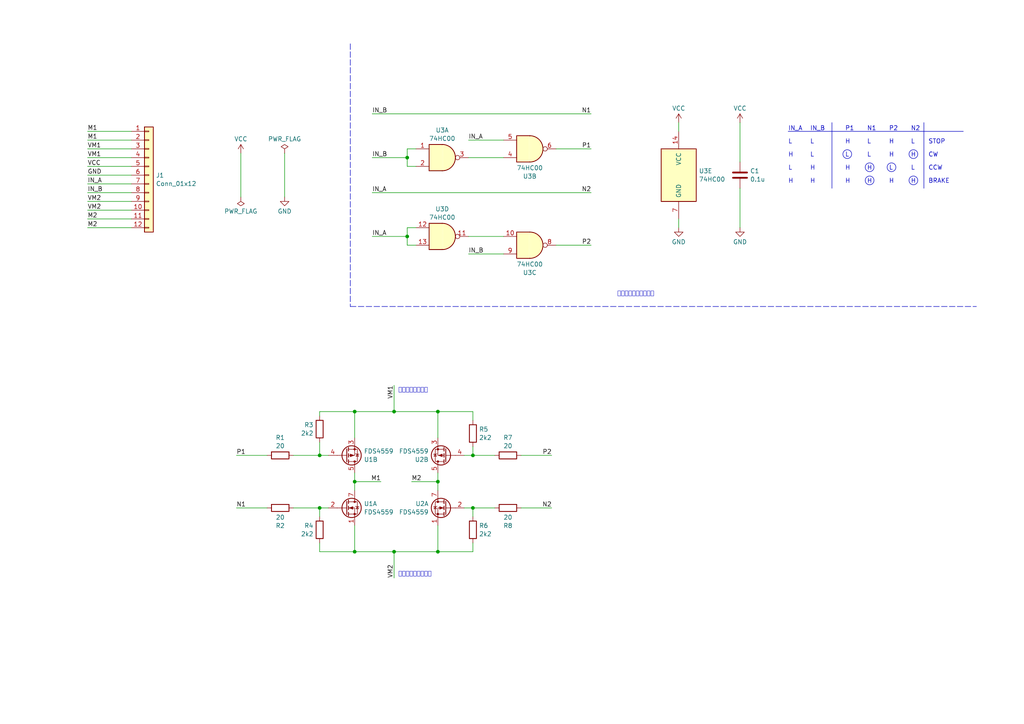
<source format=kicad_sch>
(kicad_sch (version 20230121) (generator eeschema)
  (paper "A4")
  (title_block (title "TCP8408 Motor Driver") (date "2024-08-29") (rev "1") (company "Daisuke YAMASHITA"))
  (lib_symbols
    (symbol "74xx:74HC00" (pin_names (offset 1.016))
      (property "Reference" "U" (at 0 1.27 0))
      (property "Value" "74HC00" (at 0 -1.27 0))
      (symbol "74HC00_1_1"
        (arc (start 0 -3.81) (mid 3.7934 0) (end 0 3.81) (stroke (width 0.254)) (fill (type background)))
        (polyline (pts (xy 0 3.81) (xy -3.81 3.81) (xy -3.81 -3.81) (xy 0 -3.81)) (stroke (width 0.254)) (fill (type background)))
        (pin input line (at -7.62 2.54 0) (length 3.81) (name "~") (number "1"))
        (pin input line (at -7.62 -2.54 0) (length 3.81) (name "~") (number "2"))
        (pin output inverted (at 7.62 0 180) (length 3.81) (name "~") (number "3"))
      )
      (symbol "74HC00_1_2"
        (arc (start -3.81 -3.81) (mid -2.589 0) (end -3.81 3.81) (stroke (width 0.254)))
        (arc (start -0.6096 -3.81) (mid 2.1842 -2.5851) (end 3.81 0) (stroke (width 0.254)) (fill (type background)))
        (polyline (pts (xy -3.81 -3.81) (xy -0.635 -3.81)) (stroke (width 0.254)) (fill (type background)))
        (polyline (pts (xy -3.81 3.81) (xy -0.635 3.81)) (stroke (width 0.254)) (fill (type background)))
        (polyline (pts (xy -0.635 3.81) (xy -3.81 3.81) (xy -3.81 3.81) (xy -3.556 3.4036) (xy -3.0226 2.2606) (xy -2.6924 1.0414) (xy -2.6162 -0.254) (xy -2.7686 -1.4986) (xy -3.175 -2.7178) (xy -3.81 -3.81) (xy -3.81 -3.81) (xy -0.635 -3.81)) (stroke (width -25.4)) (fill (type background)))
        (arc (start 3.81 0) (mid 2.1915 2.5936) (end -0.6096 3.81) (stroke (width 0.254)) (fill (type background)))
        (pin input inverted (at -7.62 2.54 0) (length 4.318) (name "~") (number "1"))
        (pin input inverted (at -7.62 -2.54 0) (length 4.318) (name "~") (number "2"))
        (pin output line (at 7.62 0 180) (length 3.81) (name "~") (number "3"))
      )
      (symbol "74HC00_2_1"
        (arc (start 0 -3.81) (mid 3.7934 0) (end 0 3.81) (stroke (width 0.254)) (fill (type background)))
        (polyline (pts (xy 0 3.81) (xy -3.81 3.81) (xy -3.81 -3.81) (xy 0 -3.81)) (stroke (width 0.254)) (fill (type background)))
        (pin input line (at -7.62 2.54 0) (length 3.81) (name "~") (number "4"))
        (pin input line (at -7.62 -2.54 0) (length 3.81) (name "~") (number "5"))
        (pin output inverted (at 7.62 0 180) (length 3.81) (name "~") (number "6"))
      )
      (symbol "74HC00_2_2"
        (arc (start -3.81 -3.81) (mid -2.589 0) (end -3.81 3.81) (stroke (width 0.254)))
        (arc (start -0.6096 -3.81) (mid 2.1842 -2.5851) (end 3.81 0) (stroke (width 0.254)) (fill (type background)))
        (polyline (pts (xy -3.81 -3.81) (xy -0.635 -3.81)) (stroke (width 0.254)) (fill (type background)))
        (polyline (pts (xy -3.81 3.81) (xy -0.635 3.81)) (stroke (width 0.254)) (fill (type background)))
        (polyline (pts (xy -0.635 3.81) (xy -3.81 3.81) (xy -3.81 3.81) (xy -3.556 3.4036) (xy -3.0226 2.2606) (xy -2.6924 1.0414) (xy -2.6162 -0.254) (xy -2.7686 -1.4986) (xy -3.175 -2.7178) (xy -3.81 -3.81) (xy -3.81 -3.81) (xy -0.635 -3.81)) (stroke (width -25.4)) (fill (type background)))
        (arc (start 3.81 0) (mid 2.1915 2.5936) (end -0.6096 3.81) (stroke (width 0.254)) (fill (type background)))
        (pin input inverted (at -7.62 2.54 0) (length 4.318) (name "~") (number "4"))
        (pin input inverted (at -7.62 -2.54 0) (length 4.318) (name "~") (number "5"))
        (pin output line (at 7.62 0 180) (length 3.81) (name "~") (number "6"))
      )
      (symbol "74HC00_3_1"
        (arc (start 0 -3.81) (mid 3.7934 0) (end 0 3.81) (stroke (width 0.254)) (fill (type background)))
        (polyline (pts (xy 0 3.81) (xy -3.81 3.81) (xy -3.81 -3.81) (xy 0 -3.81)) (stroke (width 0.254)) (fill (type background)))
        (pin input line (at -7.62 -2.54 0) (length 3.81) (name "~") (number "10"))
        (pin output inverted (at 7.62 0 180) (length 3.81) (name "~") (number "8"))
        (pin input line (at -7.62 2.54 0) (length 3.81) (name "~") (number "9"))
      )
      (symbol "74HC00_3_2"
        (arc (start -3.81 -3.81) (mid -2.589 0) (end -3.81 3.81) (stroke (width 0.254)))
        (arc (start -0.6096 -3.81) (mid 2.1842 -2.5851) (end 3.81 0) (stroke (width 0.254)) (fill (type background)))
        (polyline (pts (xy -3.81 -3.81) (xy -0.635 -3.81)) (stroke (width 0.254)) (fill (type background)))
        (polyline (pts (xy -3.81 3.81) (xy -0.635 3.81)) (stroke (width 0.254)) (fill (type background)))
        (polyline (pts (xy -0.635 3.81) (xy -3.81 3.81) (xy -3.81 3.81) (xy -3.556 3.4036) (xy -3.0226 2.2606) (xy -2.6924 1.0414) (xy -2.6162 -0.254) (xy -2.7686 -1.4986) (xy -3.175 -2.7178) (xy -3.81 -3.81) (xy -3.81 -3.81) (xy -0.635 -3.81)) (stroke (width -25.4)) (fill (type background)))
        (arc (start 3.81 0) (mid 2.1915 2.5936) (end -0.6096 3.81) (stroke (width 0.254)) (fill (type background)))
        (pin input inverted (at -7.62 -2.54 0) (length 4.318) (name "~") (number "10"))
        (pin output line (at 7.62 0 180) (length 3.81) (name "~") (number "8"))
        (pin input inverted (at -7.62 2.54 0) (length 4.318) (name "~") (number "9"))
      )
      (symbol "74HC00_4_1"
        (arc (start 0 -3.81) (mid 3.7934 0) (end 0 3.81) (stroke (width 0.254)) (fill (type background)))
        (polyline (pts (xy 0 3.81) (xy -3.81 3.81) (xy -3.81 -3.81) (xy 0 -3.81)) (stroke (width 0.254)) (fill (type background)))
        (pin output inverted (at 7.62 0 180) (length 3.81) (name "~") (number "11"))
        (pin input line (at -7.62 2.54 0) (length 3.81) (name "~") (number "12"))
        (pin input line (at -7.62 -2.54 0) (length 3.81) (name "~") (number "13"))
      )
      (symbol "74HC00_4_2"
        (arc (start -3.81 -3.81) (mid -2.589 0) (end -3.81 3.81) (stroke (width 0.254)))
        (arc (start -0.6096 -3.81) (mid 2.1842 -2.5851) (end 3.81 0) (stroke (width 0.254)) (fill (type background)))
        (polyline (pts (xy -3.81 -3.81) (xy -0.635 -3.81)) (stroke (width 0.254)) (fill (type background)))
        (polyline (pts (xy -3.81 3.81) (xy -0.635 3.81)) (stroke (width 0.254)) (fill (type background)))
        (polyline (pts (xy -0.635 3.81) (xy -3.81 3.81) (xy -3.81 3.81) (xy -3.556 3.4036) (xy -3.0226 2.2606) (xy -2.6924 1.0414) (xy -2.6162 -0.254) (xy -2.7686 -1.4986) (xy -3.175 -2.7178) (xy -3.81 -3.81) (xy -3.81 -3.81) (xy -0.635 -3.81)) (stroke (width -25.4)) (fill (type background)))
        (arc (start 3.81 0) (mid 2.1915 2.5936) (end -0.6096 3.81) (stroke (width 0.254)) (fill (type background)))
        (pin output line (at 7.62 0 180) (length 3.81) (name "~") (number "11"))
        (pin input inverted (at -7.62 2.54 0) (length 4.318) (name "~") (number "12"))
        (pin input inverted (at -7.62 -2.54 0) (length 4.318) (name "~") (number "13"))
      )
      (symbol "74HC00_5_0"
        (pin power_in line (at 0 12.7 270) (length 5.08) (name "VCC") (number "14"))
        (pin power_in line (at 0 -12.7 90) (length 5.08) (name "GND") (number "7"))
      )
      (symbol "74HC00_5_1"
        (rectangle (start -5.08 7.62) (end 5.08 -7.62) (stroke (width 0.254)) (fill (type background)))
      )
    )
    (symbol "Connector_Generic:Conn_01x12" (pin_names (offset 1.016) hide)
      (property "Reference" "J" (at 0 15.24 0))
      (property "Value" "Conn_01x12" (at 0 -17.78 0))
      (symbol "Conn_01x12_1_1"
        (rectangle (start -1.27 -15.113) (end 0 -15.367) (stroke (width 0.1524)))
        (rectangle (start -1.27 -12.573) (end 0 -12.827) (stroke (width 0.1524)))
        (rectangle (start -1.27 -10.033) (end 0 -10.287) (stroke (width 0.1524)))
        (rectangle (start -1.27 -7.493) (end 0 -7.747) (stroke (width 0.1524)))
        (rectangle (start -1.27 -4.953) (end 0 -5.207) (stroke (width 0.1524)))
        (rectangle (start -1.27 -2.413) (end 0 -2.667) (stroke (width 0.1524)))
        (rectangle (start -1.27 0.127) (end 0 -0.127) (stroke (width 0.1524)))
        (rectangle (start -1.27 2.667) (end 0 2.413) (stroke (width 0.1524)))
        (rectangle (start -1.27 5.207) (end 0 4.953) (stroke (width 0.1524)))
        (rectangle (start -1.27 7.747) (end 0 7.493) (stroke (width 0.1524)))
        (rectangle (start -1.27 10.287) (end 0 10.033) (stroke (width 0.1524)))
        (rectangle (start -1.27 12.827) (end 0 12.573) (stroke (width 0.1524)))
        (rectangle (start -1.27 13.97) (end 1.27 -16.51) (stroke (width 0.254)) (fill (type background)))
        (pin passive line (at -5.08 12.7 0) (length 3.81) (name "Pin_1") (number "1"))
        (pin passive line (at -5.08 -10.16 0) (length 3.81) (name "Pin_10") (number "10"))
        (pin passive line (at -5.08 -12.7 0) (length 3.81) (name "Pin_11") (number "11"))
        (pin passive line (at -5.08 -15.24 0) (length 3.81) (name "Pin_12") (number "12"))
        (pin passive line (at -5.08 10.16 0) (length 3.81) (name "Pin_2") (number "2"))
        (pin passive line (at -5.08 7.62 0) (length 3.81) (name "Pin_3") (number "3"))
        (pin passive line (at -5.08 5.08 0) (length 3.81) (name "Pin_4") (number "4"))
        (pin passive line (at -5.08 2.54 0) (length 3.81) (name "Pin_5") (number "5"))
        (pin passive line (at -5.08 0 0) (length 3.81) (name "Pin_6") (number "6"))
        (pin passive line (at -5.08 -2.54 0) (length 3.81) (name "Pin_7") (number "7"))
        (pin passive line (at -5.08 -5.08 0) (length 3.81) (name "Pin_8") (number "8"))
        (pin passive line (at -5.08 -7.62 0) (length 3.81) (name "Pin_9") (number "9"))
      )
    )
    (symbol "Device:C" (pin_numbers hide) (pin_names (offset 0.254))
      (property "Reference" "C" (at 0.635 2.54 0))
      (property "Value" "C" (at 0.635 -2.54 0))
      (symbol "C_0_1"
        (polyline (pts (xy -2.032 -0.762) (xy 2.032 -0.762)) (stroke (width 0.508)))
        (polyline (pts (xy -2.032 0.762) (xy 2.032 0.762)) (stroke (width 0.508)))
      )
      (symbol "C_1_1"
        (pin passive line (at 0 3.81 270) (length 2.794) (name "~") (number "1"))
        (pin passive line (at 0 -3.81 90) (length 2.794) (name "~") (number "2"))
      )
    )
    (symbol "Device:R" (pin_numbers hide) (pin_names (offset 0))
      (property "Reference" "R" (at 2.032 0 90))
      (property "Value" "R" (at 0 0 90))
      (symbol "R_0_1"
        (rectangle (start -1.016 -2.54) (end 1.016 2.54) (stroke (width 0.254)))
      )
      (symbol "R_1_1"
        (pin passive line (at 0 3.81 270) (length 1.27) (name "~") (number "1"))
        (pin passive line (at 0 -3.81 90) (length 1.27) (name "~") (number "2"))
      )
    )
    (symbol "Transistor_FET:FDS4559" (pin_names hide)
      (property "Reference" "Q" (at 5.08 1.905 0))
      (property "Value" "FDS4559" (at 5.08 0 0))
      (symbol "FDS4559_0_1"
        (polyline (pts (xy 0.254 0) (xy -2.54 0)))
        (polyline (pts (xy 0.254 1.905) (xy 0.254 -1.905)) (stroke (width 0.254)))
        (polyline (pts (xy 0.762 -1.27) (xy 0.762 -2.286)) (stroke (width 0.254)))
        (polyline (pts (xy 0.762 0.508) (xy 0.762 -0.508)) (stroke (width 0.254)))
        (polyline (pts (xy 0.762 2.286) (xy 0.762 1.27)) (stroke (width 0.254)))
        (polyline (pts (xy 2.54 2.54) (xy 2.54 1.778)))
        (polyline (pts (xy 2.54 -2.54) (xy 2.54 0) (xy 0.762 0)))
        (polyline (pts (xy 0.762 -1.778) (xy 3.302 -1.778) (xy 3.302 1.778) (xy 0.762 1.778)))
        (circle (center 1.651 0) (radius 2.794) (stroke (width 0.254)))
        (circle (center 2.54 -1.778) (radius 0.254) (fill (type outline)))
        (circle (center 2.54 1.778) (radius 0.254) (fill (type outline)))
      )
      (symbol "FDS4559_1_1"
        (polyline (pts (xy 1.016 0) (xy 2.032 0.381) (xy 2.032 -0.381) (xy 1.016 0)) (fill (type outline)))
        (polyline (pts (xy 2.794 0.508) (xy 2.921 0.381) (xy 3.683 0.381) (xy 3.81 0.254)))
        (polyline (pts (xy 3.302 0.381) (xy 2.921 -0.254) (xy 3.683 -0.254) (xy 3.302 0.381)))
        (pin passive line (at 2.54 -5.08 90) (length 2.54) (name "S") (number "1"))
        (pin input line (at -5.08 0 0) (length 2.54) (name "G") (number "2"))
        (pin passive line (at 2.54 5.08 270) (length 2.54) (name "D") (number "7"))
        (pin passive line (at 2.54 5.08 270) (length 2.54) hide (name "D") (number "8"))
      )
      (symbol "FDS4559_2_1"
        (polyline (pts (xy 2.286 0) (xy 1.27 0.381) (xy 1.27 -0.381) (xy 2.286 0)) (fill (type outline)))
        (polyline (pts (xy 2.794 -0.508) (xy 2.921 -0.381) (xy 3.683 -0.381) (xy 3.81 -0.254)))
        (polyline (pts (xy 3.302 -0.381) (xy 2.921 0.254) (xy 3.683 0.254) (xy 3.302 -0.381)))
        (pin passive line (at 2.54 -5.08 90) (length 2.54) (name "1") (number "3"))
        (pin input line (at -5.08 0 0) (length 2.54) (name "G") (number "4"))
        (pin passive line (at 2.54 5.08 270) (length 2.54) (name "D") (number "5"))
        (pin passive line (at 2.54 5.08 270) (length 2.54) hide (name "D") (number "6"))
      )
    )
    (symbol "power:GND" (power) (pin_names (offset 0))
      (property "Value" "GND" (at 0 -3.81 0))
      (symbol "GND_0_1"
        (polyline (pts (xy 0 0) (xy 0 -1.27) (xy 1.27 -1.27) (xy 0 -2.54) (xy -1.27 -1.27) (xy 0 -1.27)))
      )
      (symbol "GND_1_1"
        (pin power_in line (at 0 0 270) (length 0) hide (name "GND") (number "1"))
      )
    )
    (symbol "power:PWR_FLAG" (power) (pin_numbers hide) (pin_names (offset 0) hide)
      (property "Value" "PWR_FLAG" (at 0 3.81 0))
      (symbol "PWR_FLAG_0_0"
        (pin power_out line (at 0 0 90) (length 0) (name "pwr") (number "1"))
      )
      (symbol "PWR_FLAG_0_1"
        (polyline (pts (xy 0 0) (xy 0 1.27) (xy -1.016 1.905) (xy 0 2.54) (xy 1.016 1.905) (xy 0 1.27)))
      )
    )
    (symbol "power:VCC" (power) (pin_names (offset 0))
      (property "Value" "VCC" (at 0 3.81 0))
      (symbol "VCC_0_1"
        (polyline (pts (xy -0.762 1.27) (xy 0 2.54)))
        (polyline (pts (xy 0 0) (xy 0 2.54)))
        (polyline (pts (xy 0 2.54) (xy 0.762 1.27)))
      )
      (symbol "VCC_1_1"
        (pin power_in line (at 0 0 90) (length 0) hide (name "VCC") (number "1"))
      )
    )
  )
  (junction (at 127 119.38))
  (junction (at 114.3 119.38))
  (junction (at 114.3 160.02))
  (junction (at 92.71 132.08))
  (junction (at 127 139.7))
  (junction (at 118.11 68.58))
  (junction (at 102.87 139.7))
  (junction (at 102.87 160.02))
  (junction (at 127 160.02))
  (junction (at 118.11 45.72))
  (junction (at 102.87 119.38))
  (junction (at 137.16 147.32))
  (junction (at 137.16 132.08))
  (junction (at 92.71 147.32))
  (wire (pts (xy 92.71 119.38) (xy 92.71 120.65)))
  (wire (pts (xy 127 137.16) (xy 127 139.7)))
  (wire (pts (xy 25.4 60.96) (xy 38.1 60.96)))
  (wire (pts (xy 151.13 132.08) (xy 160.02 132.08)))
  (wire (pts (xy 114.3 160.02) (xy 127 160.02)))
  (wire (pts (xy 119.38 139.7) (xy 127 139.7)))
  (wire (pts (xy 102.87 160.02) (xy 114.3 160.02)))
  (wire (pts (xy 137.16 147.32) (xy 143.51 147.32)))
  (wire (pts (xy 151.13 147.32) (xy 160.02 147.32)))
  (wire (pts (xy 85.09 132.08) (xy 92.71 132.08)))
  (wire (pts (xy 114.3 111.76) (xy 114.3 119.38)))
  (wire (pts (xy 92.71 157.48) (xy 92.71 160.02)))
  (wire (pts (xy 102.87 119.38) (xy 114.3 119.38)))
  (wire (pts (xy 127 127) (xy 127 119.38)))
  (wire (pts (xy 25.4 55.88) (xy 38.1 55.88)))
  (wire (pts (xy 118.11 66.04) (xy 118.11 68.58)))
  (wire (pts (xy 85.09 147.32) (xy 92.71 147.32)))
  (wire (pts (xy 118.11 48.26) (xy 120.65 48.26)))
  (wire (pts (xy 107.95 45.72) (xy 118.11 45.72)))
  (polyline (pts (xy 101.6 12.7) (xy 101.6 88.9)) (stroke (width 0) (type dash)))
  (wire (pts (xy 146.05 73.66) (xy 135.89 73.66)))
  (wire (pts (xy 107.95 33.02) (xy 171.45 33.02)))
  (wire (pts (xy 25.4 40.64) (xy 38.1 40.64)))
  (wire (pts (xy 137.16 119.38) (xy 137.16 121.92)))
  (wire (pts (xy 25.4 38.1) (xy 38.1 38.1)))
  (wire (pts (xy 118.11 45.72) (xy 118.11 48.26)))
  (wire (pts (xy 196.85 63.5) (xy 196.85 66.04)))
  (wire (pts (xy 92.71 119.38) (xy 102.87 119.38)))
  (wire (pts (xy 25.4 66.04) (xy 38.1 66.04)))
  (polyline (pts (xy 101.6 88.9) (xy 283.21 88.9)) (stroke (width 0) (type dash)))
  (wire (pts (xy 135.89 40.64) (xy 146.05 40.64)))
  (wire (pts (xy 92.71 147.32) (xy 95.25 147.32)))
  (wire (pts (xy 118.11 68.58) (xy 118.11 71.12)))
  (wire (pts (xy 25.4 50.8) (xy 38.1 50.8)))
  (wire (pts (xy 137.16 132.08) (xy 137.16 129.54)))
  (wire (pts (xy 92.71 132.08) (xy 95.25 132.08)))
  (polyline (pts (xy 267.97 35.56) (xy 267.97 54.61)))
  (wire (pts (xy 102.87 160.02) (xy 102.87 152.4)))
  (wire (pts (xy 127 152.4) (xy 127 160.02)))
  (wire (pts (xy 92.71 160.02) (xy 102.87 160.02)))
  (wire (pts (xy 102.87 139.7) (xy 102.87 142.24)))
  (wire (pts (xy 214.63 54.61) (xy 214.63 66.04)))
  (wire (pts (xy 120.65 43.18) (xy 118.11 43.18)))
  (wire (pts (xy 102.87 119.38) (xy 102.87 127)))
  (wire (pts (xy 102.87 137.16) (xy 102.87 139.7)))
  (wire (pts (xy 120.65 66.04) (xy 118.11 66.04)))
  (wire (pts (xy 135.89 45.72) (xy 146.05 45.72)))
  (wire (pts (xy 25.4 48.26) (xy 38.1 48.26)))
  (polyline (pts (xy 228.6 38.1) (xy 279.4 38.1)))
  (wire (pts (xy 137.16 132.08) (xy 143.51 132.08)))
  (wire (pts (xy 114.3 119.38) (xy 127 119.38)))
  (wire (pts (xy 25.4 43.18) (xy 38.1 43.18)))
  (wire (pts (xy 92.71 132.08) (xy 92.71 128.27)))
  (wire (pts (xy 127 139.7) (xy 127 142.24)))
  (wire (pts (xy 161.29 43.18) (xy 171.45 43.18)))
  (wire (pts (xy 118.11 43.18) (xy 118.11 45.72)))
  (wire (pts (xy 114.3 160.02) (xy 114.3 167.64)))
  (wire (pts (xy 107.95 68.58) (xy 118.11 68.58)))
  (wire (pts (xy 92.71 147.32) (xy 92.71 149.86)))
  (wire (pts (xy 137.16 132.08) (xy 134.62 132.08)))
  (wire (pts (xy 68.58 132.08) (xy 77.47 132.08)))
  (wire (pts (xy 161.29 71.12) (xy 171.45 71.12)))
  (wire (pts (xy 25.4 58.42) (xy 38.1 58.42)))
  (wire (pts (xy 68.58 147.32) (xy 77.47 147.32)))
  (wire (pts (xy 25.4 63.5) (xy 38.1 63.5)))
  (wire (pts (xy 137.16 147.32) (xy 134.62 147.32)))
  (wire (pts (xy 137.16 157.48) (xy 137.16 160.02)))
  (wire (pts (xy 135.89 68.58) (xy 146.05 68.58)))
  (wire (pts (xy 25.4 45.72) (xy 38.1 45.72)))
  (wire (pts (xy 127 119.38) (xy 137.16 119.38)))
  (wire (pts (xy 118.11 71.12) (xy 120.65 71.12)))
  (wire (pts (xy 214.63 35.56) (xy 214.63 46.99)))
  (wire (pts (xy 82.55 44.45) (xy 82.55 57.15)))
  (wire (pts (xy 69.85 44.45) (xy 69.85 57.15)))
  (wire (pts (xy 25.4 53.34) (xy 38.1 53.34)))
  (wire (pts (xy 196.85 35.56) (xy 196.85 38.1)))
  (wire (pts (xy 137.16 147.32) (xy 137.16 149.86)))
  (wire (pts (xy 107.95 55.88) (xy 171.45 55.88)))
  (wire (pts (xy 102.87 139.7) (xy 110.49 139.7)))
  (wire (pts (xy 127 160.02) (xy 137.16 160.02)))
  (polyline (pts (xy 241.3 35.56) (xy 241.3 54.61)))
  (circle (center 245.745 44.704) (radius 1.27))
  (circle (center 252.222 48.514) (radius 1.27))
  (circle (center 264.922 44.704) (radius 1.27))
  (circle (center 258.572 48.514) (radius 1.27))
  (circle (center 264.922 52.324) (radius 1.27))
  (circle (center 252.222 52.324) (radius 1.27))
  (text "こちらがマイナス側" (at 115.57 167.64 0) (effects (font (size 1.27 1.27)) (justify left bottom)))
  (text "H" (at 264.16 45.72 0) (effects (font (size 1.27 1.27)) (justify left bottom)))
  (text "L" (at 245.11 45.72 0) (effects (font (size 1.27 1.27)) (justify left bottom)))
  (text "H" (at 257.81 53.34 0) (effects (font (size 1.27 1.27)) (justify left bottom)))
  (text "L" (at 228.6 49.53 0) (effects (font (size 1.27 1.27)) (justify left bottom)))
  (text "H" (at 245.11 49.53 0) (effects (font (size 1.27 1.27)) (justify left bottom)))
  (text "STOP" (at 269.24 41.91 0) (effects (font (size 1.27 1.27)) (justify left bottom)))
  (text "H" (at 245.11 41.91 0) (effects (font (size 1.27 1.27)) (justify left bottom)))
  (text "L" (at 234.95 41.91 0) (effects (font (size 1.27 1.27)) (justify left bottom)))
  (text "H" (at 257.81 45.72 0) (effects (font (size 1.27 1.27)) (justify left bottom)))
  (text "H" (at 264.16 53.34 0) (effects (font (size 1.27 1.27)) (justify left bottom)))
  (text "N1" (at 251.46 38.1 0) (effects (font (size 1.27 1.27)) (justify left bottom)))
  (text "H" (at 234.95 49.53 0) (effects (font (size 1.27 1.27)) (justify left bottom)))
  (text "H" (at 228.6 53.34 0) (effects (font (size 1.27 1.27)) (justify left bottom)))
  (text "こちらがプラス側" (at 115.57 114.3 0) (effects (font (size 1.27 1.27)) (justify left bottom)))
  (text "貫通電流防止ロジック" (at 179.07 86.36 0) (effects (font (size 1.27 1.27)) (justify left bottom)))
  (text "L" (at 234.95 45.72 0) (effects (font (size 1.27 1.27)) (justify left bottom)))
  (text "H" (at 245.11 53.34 0) (effects (font (size 1.27 1.27)) (justify left bottom)))
  (text "L" (at 228.6 41.91 0) (effects (font (size 1.27 1.27)) (justify left bottom)))
  (text "P2" (at 257.81 38.1 0) (effects (font (size 1.27 1.27)) (justify left bottom)))
  (text "L" (at 257.81 49.53 0) (effects (font (size 1.27 1.27)) (justify left bottom)))
  (text "IN_A" (at 228.6 38.1 0) (effects (font (size 1.27 1.27)) (justify left bottom)))
  (text "L" (at 264.16 41.91 0) (effects (font (size 1.27 1.27)) (justify left bottom)))
  (text "N2" (at 264.16 38.1 0) (effects (font (size 1.27 1.27)) (justify left bottom)))
  (text "IN_B" (at 234.95 38.1 0) (effects (font (size 1.27 1.27)) (justify left bottom)))
  (text "H" (at 251.46 49.53 0) (effects (font (size 1.27 1.27)) (justify left bottom)))
  (text "P1" (at 245.11 38.1 0) (effects (font (size 1.27 1.27)) (justify left bottom)))
  (text "H" (at 257.81 41.91 0) (effects (font (size 1.27 1.27)) (justify left bottom)))
  (text "L" (at 264.16 49.53 0) (effects (font (size 1.27 1.27)) (justify left bottom)))
  (text "BRAKE" (at 269.24 53.34 0) (effects (font (size 1.27 1.27)) (justify left bottom)))
  (text "CW" (at 269.24 45.72 0) (effects (font (size 1.27 1.27)) (justify left bottom)))
  (text "H" (at 251.46 53.34 0) (effects (font (size 1.27 1.27)) (justify left bottom)))
  (text "H" (at 234.95 53.34 0) (effects (font (size 1.27 1.27)) (justify left bottom)))
  (text "L" (at 251.46 41.91 0) (effects (font (size 1.27 1.27)) (justify left bottom)))
  (text "CCW" (at 269.24 49.53 0) (effects (font (size 1.27 1.27)) (justify left bottom)))
  (text "H" (at 228.6 45.72 0) (effects (font (size 1.27 1.27)) (justify left bottom)))
  (text "L" (at 251.46 45.72 0) (effects (font (size 1.27 1.27)) (justify left bottom)))
  (label "M1" (at 25.4 40.64 0))
  (label "N2" (at 171.45 55.88 180))
  (label "VM2" (at 25.4 60.96 0))
  (label "IN_A" (at 25.4 53.34 0))
  (label "P2" (at 171.45 71.12 180))
  (label "N1" (at 171.45 33.02 180))
  (label "VM1" (at 114.3 111.76 270))
  (label "N1" (at 68.58 147.32 0))
  (label "M1" (at 110.49 139.7 180))
  (label "M2" (at 25.4 66.04 0))
  (label "M2" (at 119.38 139.7 0))
  (label "N2" (at 160.02 147.32 180))
  (label "VM2" (at 25.4 58.42 0))
  (label "M1" (at 25.4 38.1 0))
  (label "M2" (at 25.4 63.5 0))
  (label "VM2" (at 114.3 167.64 90))
  (label "IN_A" (at 107.95 68.58 0))
  (label "IN_A" (at 135.89 40.64 0))
  (label "GND" (at 25.4 50.8 0))
  (label "VM1" (at 25.4 45.72 0))
  (label "IN_B" (at 107.95 45.72 0))
  (label "IN_A" (at 107.95 55.88 0))
  (label "P2" (at 160.02 132.08 180))
  (label "P1" (at 171.45 43.18 180))
  (label "VM1" (at 25.4 43.18 0))
  (label "P1" (at 68.58 132.08 0))
  (label "IN_B" (at 135.89 73.66 0))
  (label "IN_B" (at 25.4 55.88 0))
  (label "IN_B" (at 107.95 33.02 0))
  (label "VCC" (at 25.4 48.26 0))
  (symbol (lib_id "Device:R") (at 81.28 132.08 270) (unit 1)
    (property "Reference" "R1" (at 81.28 126.9197 90))
    (property "Value" "20" (at 81.28 129.3439 90))
    (property "Footprint" "Resistor_SMD:R_0603_1608Metric" (effects hide))
  )
  (symbol (lib_id "power:PWR_FLAG") (at 82.55 44.45 0) (unit 1)
    (property "Reference" "#FLG02" (effects hide))
    (property "Value" "PWR_FLAG" (at 82.55 40.3169 0))
  )
  (symbol (lib_id "Device:R") (at 81.28 147.32 270) (unit 1)
    (property "Reference" "R2" (at 81.28 152.4803 90))
    (property "Value" "20" (at 81.28 150.0561 90))
    (property "Footprint" "Resistor_SMD:R_0603_1608Metric" (effects hide))
  )
  (symbol (lib_id "power:VCC") (at 214.63 35.56 0) (unit 1)
    (property "Reference" "#PWR05" (effects hide))
    (property "Value" "VCC" (at 214.63 31.4269 0))
  )
  (symbol (lib_id "74xx:74HC00") (at 128.27 45.72 0) (unit 1)
    (property "Reference" "U3" (at 128.2617 37.7657 0))
    (property "Value" "74HC00" (at 128.2617 40.1899 0))
    (property "Footprint" "Package_SO:TSSOP-14_4.4x5mm_P0.65mm" (effects hide))
    (property "Datasheet" "http://www.ti.com/lit/gpn/sn74hc00" (effects hide))
  )
  (symbol (lib_id "Device:R") (at 137.16 125.73 180) (unit 1)
    (property "Reference" "R5" (at 138.9379 124.5179 0) (effects (justify right)))
    (property "Value" "2k2" (at 138.9379 126.9421 0) (effects (justify right)))
    (property "Footprint" "Resistor_SMD:R_0603_1608Metric" (effects hide))
  )
  (symbol (lib_id "74xx:74HC00") (at 196.85 50.8 0) (unit 5)
    (property "Reference" "U3" (at 202.692 49.5879 0) (effects (justify left)))
    (property "Value" "74HC00" (at 202.692 52.0121 0) (effects (justify left)))
    (property "Footprint" "Package_SO:TSSOP-14_4.4x5mm_P0.65mm" (effects hide))
    (property "Datasheet" "http://www.ti.com/lit/gpn/sn74hc00" (effects hide))
  )
  (symbol (lib_id "74xx:74HC00") (at 153.67 71.12 0) (mirror x) (unit 3)
    (property "Reference" "U3" (at 153.6617 79.0743 0))
    (property "Value" "74HC00" (at 153.6617 76.6501 0))
    (property "Footprint" "Package_SO:TSSOP-14_4.4x5mm_P0.65mm" (effects hide))
    (property "Datasheet" "http://www.ti.com/lit/gpn/sn74hc00" (effects hide))
  )
  (symbol (lib_id "power:PWR_FLAG") (at 69.85 57.15 180) (unit 1)
    (property "Reference" "#FLG01" (effects hide))
    (property "Value" "PWR_FLAG" (at 69.85 61.2831 0))
  )
  (symbol (lib_id "Transistor_FET:FDS4559") (at 100.33 132.08 0) (mirror x) (unit 2)
    (property "Reference" "U1" (at 105.537 133.2921 0) (effects (justify left)))
    (property "Value" "FDS4559" (at 105.537 130.8679 0) (effects (justify left)))
    (property "Footprint" "Package_SO:SOIC-8_3.9x4.9mm_P1.27mm" (effects hide))
    (property "Datasheet" "https://www.onsemi.com/pub/Collateral/FDS4559-D.PDF" (effects hide))
  )
  (symbol (lib_id "Device:R") (at 147.32 132.08 270) (unit 1)
    (property "Reference" "R7" (at 147.32 126.9197 90))
    (property "Value" "20" (at 147.32 129.3439 90))
    (property "Footprint" "Resistor_SMD:R_0603_1608Metric" (effects hide))
  )
  (symbol (lib_id "Device:R") (at 137.16 153.67 0) (unit 1)
    (property "Reference" "R6" (at 138.938 152.4579 0) (effects (justify left)))
    (property "Value" "2k2" (at 138.938 154.8821 0) (effects (justify left)))
    (property "Footprint" "Resistor_SMD:R_0603_1608Metric" (effects hide))
  )
  (symbol (lib_id "Transistor_FET:FDS4559") (at 129.54 147.32 0) (mirror y) (unit 1)
    (property "Reference" "U2" (at 124.333 146.1079 0) (effects (justify left)))
    (property "Value" "FDS4559" (at 124.333 148.5321 0) (effects (justify left)))
    (property "Footprint" "Package_SO:SOIC-8_3.9x4.9mm_P1.27mm" (effects hide))
    (property "Datasheet" "https://www.onsemi.com/pub/Collateral/FDS4559-D.PDF" (effects hide))
  )
  (symbol (lib_id "Device:R") (at 92.71 124.46 0) (mirror y) (unit 1)
    (property "Reference" "R3" (at 90.932 123.2479 0) (effects (justify left)))
    (property "Value" "2k2" (at 90.932 125.6721 0) (effects (justify left)))
    (property "Footprint" "Resistor_SMD:R_0603_1608Metric" (effects hide))
  )
  (symbol (lib_id "74xx:74HC00") (at 128.27 68.58 0) (unit 4)
    (property "Reference" "U3" (at 128.2617 60.6257 0))
    (property "Value" "74HC00" (at 128.2617 63.0499 0))
    (property "Footprint" "Package_SO:TSSOP-14_4.4x5mm_P0.65mm" (effects hide))
    (property "Datasheet" "http://www.ti.com/lit/gpn/sn74hc00" (effects hide))
  )
  (symbol (lib_id "Transistor_FET:FDS4559") (at 100.33 147.32 0) (unit 1)
    (property "Reference" "U1" (at 105.537 146.1079 0) (effects (justify left)))
    (property "Value" "FDS4559" (at 105.537 148.5321 0) (effects (justify left)))
    (property "Footprint" "Package_SO:SOIC-8_3.9x4.9mm_P1.27mm" (effects hide))
    (property "Datasheet" "https://www.onsemi.com/pub/Collateral/FDS4559-D.PDF" (effects hide))
  )
  (symbol (lib_id "power:VCC") (at 69.85 44.45 0) (unit 1)
    (property "Reference" "#PWR01" (effects hide))
    (property "Value" "VCC" (at 69.85 40.3169 0))
  )
  (symbol (lib_id "power:GND") (at 214.63 66.04 0) (unit 1)
    (property "Reference" "#PWR06" (effects hide))
    (property "Value" "GND" (at 214.63 70.1731 0))
  )
  (symbol (lib_id "Device:R") (at 147.32 147.32 270) (unit 1)
    (property "Reference" "R8" (at 147.32 152.4803 90))
    (property "Value" "20" (at 147.32 150.0561 90))
    (property "Footprint" "Resistor_SMD:R_0603_1608Metric" (effects hide))
  )
  (symbol (lib_id "Connector_Generic:Conn_01x12") (at 43.18 50.8 0) (unit 1)
    (property "Reference" "J1" (at 45.212 50.8579 0) (effects (justify left)))
    (property "Value" "Conn_01x12" (at 45.212 53.2821 0) (effects (justify left)))
    (property "Footprint" "Connector_PinHeader_2.54mm:PinHeader_1x12_P2.54mm_Horizontal" (effects hide))
  )
  (symbol (lib_id "Device:C") (at 214.63 50.8 0) (unit 1)
    (property "Reference" "C1" (at 217.551 49.5879 0) (effects (justify left)))
    (property "Value" "0.1u" (at 217.551 52.0121 0) (effects (justify left)))
    (property "Footprint" "Capacitor_SMD:C_0603_1608Metric" (effects hide))
  )
  (symbol (lib_id "74xx:74HC00") (at 153.67 43.18 0) (mirror x) (unit 2)
    (property "Reference" "U3" (at 153.6617 51.1343 0))
    (property "Value" "74HC00" (at 153.6617 48.7101 0))
    (property "Footprint" "Package_SO:TSSOP-14_4.4x5mm_P0.65mm" (effects hide))
    (property "Datasheet" "http://www.ti.com/lit/gpn/sn74hc00" (effects hide))
  )
  (symbol (lib_id "power:VCC") (at 196.85 35.56 0) (unit 1)
    (property "Reference" "#PWR03" (effects hide))
    (property "Value" "VCC" (at 196.85 31.4269 0))
  )
  (symbol (lib_id "Transistor_FET:FDS4559") (at 129.54 132.08 180) (unit 2)
    (property "Reference" "U2" (at 124.333 133.2921 0) (effects (justify left)))
    (property "Value" "FDS4559" (at 124.333 130.8679 0) (effects (justify left)))
    (property "Footprint" "Package_SO:SOIC-8_3.9x4.9mm_P1.27mm" (effects hide))
    (property "Datasheet" "https://www.onsemi.com/pub/Collateral/FDS4559-D.PDF" (effects hide))
  )
  (symbol (lib_id "power:GND") (at 82.55 57.15 0) (unit 1)
    (property "Reference" "#PWR02" (effects hide))
    (property "Value" "GND" (at 82.55 61.2831 0))
  )
  (symbol (lib_id "Device:R") (at 92.71 153.67 0) (mirror y) (unit 1)
    (property "Reference" "R4" (at 90.932 152.4579 0) (effects (justify left)))
    (property "Value" "2k2" (at 90.932 154.8821 0) (effects (justify left)))
    (property "Footprint" "Resistor_SMD:R_0603_1608Metric" (effects hide))
  )
  (symbol (lib_id "power:GND") (at 196.85 66.04 0) (unit 1)
    (property "Reference" "#PWR04" (effects hide))
    (property "Value" "GND" (at 196.85 70.1731 0))
  )
)
</source>
